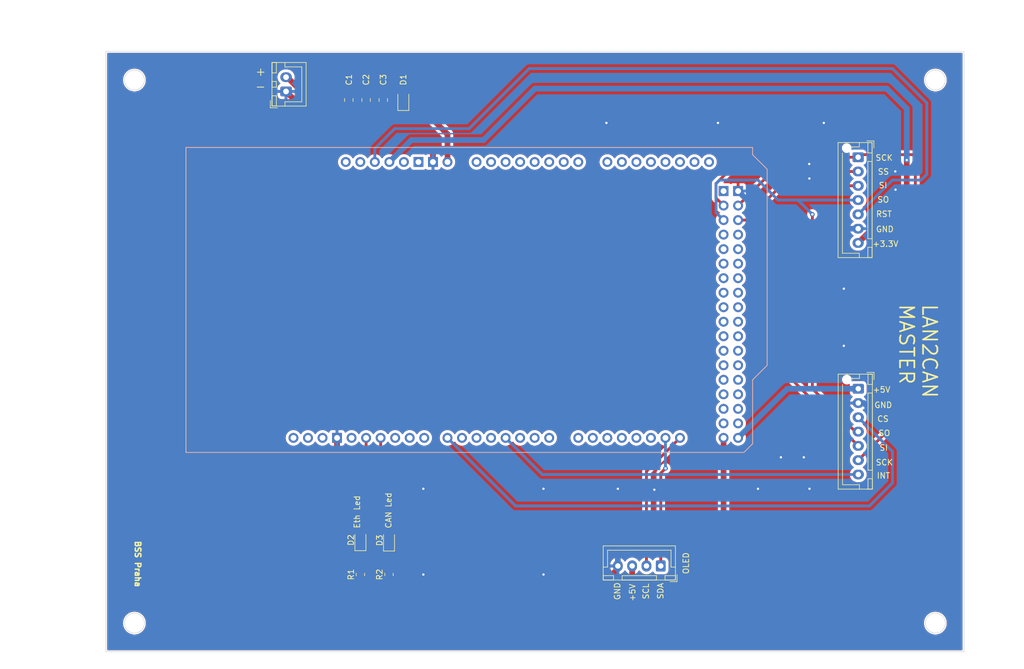
<source format=kicad_pcb>
(kicad_pcb (version 20240108) (generator "pcbnew") (generator_version "8.0")
  (layers (0 "F.Cu" signal) (31 "B.Cu" signal) (34 "B.Paste" user) (35 "F.Paste" user) (36 "B.SilkS" user "B.Silkscreen") (37 "F.SilkS" user "F.Silkscreen") (38 "B.Mask" user) (39 "F.Mask" user) (44 "Edge.Cuts" user))
  (net 0 "")
  (net 3 "/RST")
  (net 4 "GND")
  (net 5 "/INT")
  (net 9 "/CS")
  (net 12 "/SS")
  (net 13 "/SI")
  (net 14 "/SO")
  (net 15 "/SCK")
  (net 18 "/ETH_LED")
  (net 19 "/CAN_LED")
  (net 20 "/SDA_OLED")
  (net 21 "/SCL_OLED")
  (net 24 "+5V")
  (net 26 "+12V")
  (net 30 "/CAN_R")
  (net 31 "/ETH_R")
  (net 61 "+3.3V")
  (footprint "Capacitor_SMD:C_0805_2012Metric_Pad1.18x1.45mm_HandSolder" (layer "F.Cu") (at 115.5 61.4875 90)
    (property "Reference" "C3" (at 3.5375 0 270) (layer "F.SilkS"))
    (property "Value" "C")
    (fp_line (start -0.261252 -0.735) (end 0.261252 -0.735) (stroke (width 0.12)) (layer "F.SilkS"))
    (fp_line (start -0.261252 0.735) (end 0.261252 0.735) (stroke (width 0.12)) (layer "F.SilkS"))
    (pad "1" smd roundrect (at -1.0375 0 90) (size 1.175 1.45) (layers "F.Cu" "F.Paste" "F.Mask") (roundrect_rratio 0.212766) (net 4 "GND"))
    (pad "2" smd roundrect (at 1.0375 0 90) (size 1.175 1.45) (layers "F.Cu" "F.Paste" "F.Mask") (roundrect_rratio 0.212766) (net 26 "+12V"))
  )
  (footprint "Capacitor_SMD:C_0805_2012Metric_Pad1.18x1.45mm_HandSolder" (layer "F.Cu") (at 112.49 61.4875 90)
    (property "Reference" "C2" (at 3.5375 0.01 270) (layer "F.SilkS"))
    (property "Value" "C")
    (fp_line (start -0.261252 -0.735) (end 0.261252 -0.735) (stroke (width 0.12)) (layer "F.SilkS"))
    (fp_line (start -0.261252 0.735) (end 0.261252 0.735) (stroke (width 0.12)) (layer "F.SilkS"))
    (pad "1" smd roundrect (at -1.0375 0 90) (size 1.175 1.45) (layers "F.Cu" "F.Paste" "F.Mask") (roundrect_rratio 0.212766) (net 4 "GND"))
    (pad "2" smd roundrect (at 1.0375 0 90) (size 1.175 1.45) (layers "F.Cu" "F.Paste" "F.Mask") (roundrect_rratio 0.212766) (net 26 "+12V"))
  )
  (footprint "Resistor_SMD:R_0805_2012Metric_Pad1.20x1.40mm_HandSolder" (layer "F.Cu") (at 116.5 144.5 90)
    (property "Reference" "R2" (at 0 -1.65 -90) (layer "F.SilkS"))
    (property "Value" "R")
    (fp_line (start -0.227064 -0.735) (end 0.227064 -0.735) (stroke (width 0.12)) (layer "F.SilkS"))
    (fp_line (start -0.227064 0.735) (end 0.227064 0.735) (stroke (width 0.12)) (layer "F.SilkS"))
    (pad "1" smd roundrect (at -1 0 90) (size 1.2 1.4) (layers "F.Cu" "F.Paste" "F.Mask") (roundrect_rratio 0.208333) (net 4 "GND"))
    (pad "2" smd roundrect (at 1 0 90) (size 1.2 1.4) (layers "F.Cu" "F.Paste" "F.Mask") (roundrect_rratio 0.208333) (net 30 "/CAN_R"))
  )
  (footprint "Resistor_SMD:R_0805_2012Metric_Pad1.20x1.40mm_HandSolder" (layer "F.Cu") (at 111.5 144.5 90)
    (property "Reference" "R1" (at 0 -1.65 -90) (layer "F.SilkS"))
    (property "Value" "R")
    (fp_line (start -0.227064 -0.735) (end 0.227064 -0.735) (stroke (width 0.12)) (layer "F.SilkS"))
    (fp_line (start -0.227064 0.735) (end 0.227064 0.735) (stroke (width 0.12)) (layer "F.SilkS"))
    (pad "1" smd roundrect (at -1 0 90) (size 1.2 1.4) (layers "F.Cu" "F.Paste" "F.Mask") (roundrect_rratio 0.208333) (net 4 "GND"))
    (pad "2" smd roundrect (at 1 0 90) (size 1.2 1.4) (layers "F.Cu" "F.Paste" "F.Mask") (roundrect_rratio 0.208333) (net 31 "/ETH_R"))
  )
  (footprint "Connector_JST:JST_XH_B7B-XH-AM_1x07_P2.50mm_Vertical" (layer "F.Cu") (at 198.525 112 -90)
    (property "Reference" "J2" (hide yes))
    (property "Value" "CAN")
    (fp_line (start -2.56 3.51) (end 17.56 3.51) (stroke (width 0.12)) (layer "F.SilkS"))
    (fp_line (start 17.56 3.51) (end 17.56 -2.46) (stroke (width 0.12)) (layer "F.SilkS"))
    (fp_line (start 7.5 2.75) (end -0.74 2.75) (stroke (width 0.12)) (layer "F.SilkS"))
    (fp_line (start 16.8 2.75) (end 7.5 2.75) (stroke (width 0.12)) (layer "F.SilkS"))
    (fp_line (start -2.55 -0.2) (end -1.8 -0.2) (stroke (width 0.12)) (layer "F.SilkS"))
    (fp_line (start -1.8 -0.2) (end -1.8 1.14) (stroke (width 0.12)) (layer "F.SilkS"))
    (fp_line (start 16.8 -0.2) (end 16.8 2.75) (stroke (width 0.12)) (layer "F.SilkS"))
    (fp_line (start 17.55 -0.2) (end 16.8 -0.2) (stroke (width 0.12)) (layer "F.SilkS"))
    (fp_line (start -2.55 -1.7) (end -0.75 -1.7) (stroke (width 0.12)) (layer "F.SilkS"))
    (fp_line (start -0.75 -1.7) (end -0.75 -2.45) (stroke (width 0.12)) (layer "F.SilkS"))
    (fp_line (start 0.75 -1.7) (end 14.25 -1.7) (stroke (width 0.12)) (layer "F.SilkS"))
    (fp_line (start 14.25 -1.7) (end 14.25 -2.45) (stroke (width 0.12)) (layer "F.SilkS"))
    (fp_line (start 15.75 -1.7) (end 17.55 -1.7) (stroke (width 0.12)) (layer "F.SilkS"))
    (fp_line (start 17.55 -1.7) (end 17.55 -2.45) (stroke (width 0.12)) (layer "F.SilkS"))
    (fp_line (start -2.55 -2.45) (end -2.55 -1.7) (stroke (width 0.12)) (layer "F.SilkS"))
    (fp_line (start -0.75 -2.45) (end -2.55 -2.45) (stroke (width 0.12)) (layer "F.SilkS"))
    (fp_line (start 0.75 -2.45) (end 0.75 -1.7) (stroke (width 0.12)) (layer "F.SilkS"))
    (fp_line (start 14.25 -2.45) (end 0.75 -2.45) (stroke (width 0.12)) (layer "F.SilkS"))
    (fp_line (start 15.75 -2.45) (end 15.75 -1.7) (stroke (width 0.12)) (layer "F.SilkS"))
    (fp_line (start 17.55 -2.45) (end 15.75 -2.45) (stroke (width 0.12)) (layer "F.SilkS"))
    (fp_line (start -2.56 -2.46) (end -2.56 3.51) (stroke (width 0.12)) (layer "F.SilkS"))
    (fp_line (start 17.56 -2.46) (end -2.56 -2.46) (stroke (width 0.12)) (layer "F.SilkS"))
    (fp_line (start -2.85 -2.75) (end -2.85 -1.5) (stroke (width 0.12)) (layer "F.SilkS"))
    (fp_line (start -1.6 -2.75) (end -2.85 -2.75) (stroke (width 0.12)) (layer "F.SilkS"))
    (pad "" np_thru_hole circle (at -1.6 2 270) (size 1.2 1.2) (drill 1.2) (layers "*.Cu" "*.Mask"))
    (pad "1" thru_hole roundrect (at 0 0 270) (size 1.7 1.95) (drill 0.95) (layers "*.Cu" "*.Mask") (roundrect_rratio 0.147059) (net 24 "+5V"))
    (pad "2" thru_hole oval (at 2.5 0 270) (size 1.7 1.95) (drill 0.95) (layers "*.Cu" "*.Mask") (net 4 "GND"))
    (pad "3" thru_hole oval (at 5 0 270) (size 1.7 1.95) (drill 0.95) (layers "*.Cu" "*.Mask") (net 9 "/CS"))
    (pad "4" thru_hole oval (at 7.5 0 270) (size 1.7 1.95) (drill 0.95) (layers "*.Cu" "*.Mask") (net 14 "/SO"))
    (pad "5" thru_hole oval (at 10 0 270) (size 1.7 1.95) (drill 0.95) (layers "*.Cu" "*.Mask") (net 13 "/SI"))
    (pad "6" thru_hole oval (at 12.5 0 270) (size 1.7 1.95) (drill 0.95) (layers "*.Cu" "*.Mask") (net 15 "/SCK"))
    (pad "7" thru_hole oval (at 15 0 270) (size 1.7 1.95) (drill 0.95) (layers "*.Cu" "*.Mask") (net 5 "/INT"))
  )
  (footprint "Connector_JST:JST_XH_B4B-XH-A_1x04_P2.50mm_Vertical" (layer "F.Cu") (at 164 143 180)
    (property "Reference" "J6" (hide yes))
    (property "Value" "OLED")
    (fp_line (start 10.06 3.51) (end 10.06 -2.46) (stroke (width 0.12)) (layer "F.SilkS"))
    (fp_line (start 10.06 -2.46) (end -2.56 -2.46) (stroke (width 0.12)) (layer "F.SilkS"))
    (fp_line (start 10.05 -0.2) (end 9.3 -0.2) (stroke (width 0.12)) (layer "F.SilkS"))
    (fp_line (start 10.05 -1.7) (end 10.05 -2.45) (stroke (width 0.12)) (layer "F.SilkS"))
    (fp_line (start 10.05 -2.45) (end 8.25 -2.45) (stroke (width 0.12)) (layer "F.SilkS"))
    (fp_line (start 9.3 2.75) (end 3.75 2.75) (stroke (width 0.12)) (layer "F.SilkS"))
    (fp_line (start 9.3 -0.2) (end 9.3 2.75) (stroke (width 0.12)) (layer "F.SilkS"))
    (fp_line (start 8.25 -1.7) (end 10.05 -1.7) (stroke (width 0.12)) (layer "F.SilkS"))
    (fp_line (start 8.25 -2.45) (end 8.25 -1.7) (stroke (width 0.12)) (layer "F.SilkS"))
    (fp_line (start 6.75 -1.7) (end 6.75 -2.45) (stroke (width 0.12)) (layer "F.SilkS"))
    (fp_line (start 6.75 -2.45) (end 0.75 -2.45) (stroke (width 0.12)) (layer "F.SilkS"))
    (fp_line (start 0.75 -1.7) (end 6.75 -1.7) (stroke (width 0.12)) (layer "F.SilkS"))
    (fp_line (start 0.75 -2.45) (end 0.75 -1.7) (stroke (width 0.12)) (layer "F.SilkS"))
    (fp_line (start -0.75 -1.7) (end -0.75 -2.45) (stroke (width 0.12)) (layer "F.SilkS"))
    (fp_line (start -0.75 -2.45) (end -2.55 -2.45) (stroke (width 0.12)) (layer "F.SilkS"))
    (fp_line (start -1.6 -2.75) (end -2.85 -2.75) (stroke (width 0.12)) (layer "F.SilkS"))
    (fp_line (start -1.8 2.75) (end 3.75 2.75) (stroke (width 0.12)) (layer "F.SilkS"))
    (fp_line (start -1.8 -0.2) (end -1.8 2.75) (stroke (width 0.12)) (layer "F.SilkS"))
    (fp_line (start -2.55 -0.2) (end -1.8 -0.2) (stroke (width 0.12)) (layer "F.SilkS"))
    (fp_line (start -2.55 -1.7) (end -0.75 -1.7) (stroke (width 0.12)) (layer "F.SilkS"))
    (fp_line (start -2.55 -2.45) (end -2.55 -1.7) (stroke (width 0.12)) (layer "F.SilkS"))
    (fp_line (start -2.56 3.51) (end 10.06 3.51) (stroke (width 0.12)) (layer "F.SilkS"))
    (fp_line (start -2.56 -2.46) (end -2.56 3.51) (stroke (width 0.12)) (layer "F.SilkS"))
    (fp_line (start -2.85 -2.75) (end -2.85 -1.5) (stroke (width 0.12)) (layer "F.SilkS"))
    (pad "1" thru_hole roundrect (at 0 0 180) (size 1.7 1.95) (drill 0.95) (layers "*.Cu" "*.Mask") (roundrect_rratio 0.147059) (net 20 "/SDA_OLED"))
    (pad "2" thru_hole oval (at 2.5 0 180) (size 1.7 1.95) (drill 0.95) (layers "*.Cu" "*.Mask") (net 21 "/SCL_OLED"))
    (pad "3" thru_hole oval (at 5 0 180) (size 1.7 1.95) (drill 0.95) (layers "*.Cu" "*.Mask") (net 24 "+5V"))
    (pad "4" thru_hole oval (at 7.5 0 180) (size 1.7 1.95) (drill 0.95) (layers "*.Cu" "*.Mask") (net 4 "GND"))
  )
  (footprint "PCM_arduino-library:Arduino_Mega2560_R3_Shield" (layer "F.Cu") (at 81 123.8)
    (property "Reference" "A1" (hide yes))
    (property "Value" "Arduino_Mega2560_R3_Shield")
    (fp_line (start 0 -54) (end 99.06 -54) (stroke (width 0.15)) (layer "B.SilkS"))
    (fp_line (start 0 -0.66) (end 0 -54) (stroke (width 0.15)) (layer "B.SilkS"))
    (fp_line (start 0 -0.66) (end 97.536 -0.66) (stroke (width 0.15)) (layer "B.SilkS"))
    (fp_line (start 97.536 -0.66) (end 99.06 -2.184) (stroke (width 0.15)) (layer "B.SilkS"))
    (fp_line (start 99.06 -54) (end 99.06 -52.73) (stroke (width 0.15)) (layer "B.SilkS"))
    (fp_line (start 99.06 -52.73) (end 101.6 -50.19) (stroke (width 0.15)) (layer "B.SilkS"))
    (fp_line (start 99.06 -13.36) (end 99.06 -2.184) (stroke (width 0.15)) (layer "B.SilkS"))
    (fp_line (start 101.6 -50.19) (end 101.6 -15.9) (stroke (width 0.15)) (layer "B.SilkS"))
    (fp_line (start 101.6 -15.9) (end 99.06 -13.36) (stroke (width 0.15)) (layer "B.SilkS"))
    (pad "" thru_hole oval (at 27.94 -51.46) (size 1.7272 1.7272) (drill 1.016) (layers "*.Cu" "*.Mask"))
    (pad "3V3" thru_hole oval (at 35.56 -51.46) (size 1.7272 1.7272) (drill 1.016) (layers "*.Cu" "*.Mask") (net 61 "+3.3V"))
    (pad "5V1" thru_hole oval (at 38.1 -51.46) (size 1.7272 1.7272) (drill 1.016) (layers "*.Cu" "*.Mask"))
    (pad "5V3" thru_hole oval (at 93.98 -3.2) (size 1.7272 1.7272) (drill 1.016) (layers "*.Cu" "*.Mask") (net 24 "+5V"))
    (pad "5V4" thru_hole oval (at 96.52 -3.2) (size 1.7272 1.7272) (drill 1.016) (layers "*.Cu" "*.Mask") (net 24 "+5V"))
    (pad "A0" thru_hole oval (at 50.8 -51.46) (size 1.7272 1.7272) (drill 1.016) (layers "*.Cu" "*.Mask"))
    (pad "A1" thru_hole oval (at 53.34 -51.46) (size 1.7272 1.7272) (drill 1.016) (layers "*.Cu" "*.Mask"))
    (pad "A2" thru_hole oval (at 55.88 -51.46) (size 1.7272 1.7272) (drill 1.016) (layers "*.Cu" "*.Mask"))
    (pad "A3" thru_hole oval (at 58.42 -51.46) (size 1.7272 1.7272) (drill 1.016) (layers "*.Cu" "*.Mask"))
    (pad "A4" thru_hole oval (at 60.96 -51.46) (size 1.7272 1.7272) (drill 1.016) (layers "*.Cu" "*.Mask"))
    (pad "A5" thru_hole oval (at 63.5 -51.46) (size 1.7272 1.7272) (drill 1.016) (layers "*.Cu" "*.Mask"))
    (pad "A6" thru_hole oval (at 66.04 -51.46) (size 1.7272 1.7272) (drill 1.016) (layers "*.Cu" "*.Mask"))
    (pad "A7" thru_hole oval (at 68.58 -51.46) (size 1.7272 1.7272) (drill 1.016) (layers "*.Cu" "*.Mask"))
    (pad "A8" thru_hole oval (at 73.66 -51.46) (size 1.7272 1.7272) (drill 1.016) (layers "*.Cu" "*.Mask"))
    (pad "A9" thru_hole oval (at 76.2 -51.46) (size 1.7272 1.7272) (drill 1.016) (layers "*.Cu" "*.Mask"))
    (pad "A10" thru_hole oval (at 78.74 -51.46) (size 1.7272 1.7272) (drill 1.016) (layers "*.Cu" "*.Mask"))
    (pad "A11" thru_hole oval (at 81.28 -51.46) (size 1.7272 1.7272) (drill 1.016) (layers "*.Cu" "*.Mask"))
    (pad "A12" thru_hole oval (at 83.82 -51.46) (size 1.7272 1.7272) (drill 1.016) (layers "*.Cu" "*.Mask"))
    (pad "A13" thru_hole oval (at 86.36 -51.46) (size 1.7272 1.7272) (drill 1.016) (layers "*.Cu" "*.Mask"))
    (pad "A14" thru_hole oval (at 88.9 -51.46) (size 1.7272 1.7272) (drill 1.016) (layers "*.Cu" "*.Mask"))
    (pad "A15" thru_hole oval (at 91.44 -51.46) (size 1.7272 1.7272) (drill 1.016) (layers "*.Cu" "*.Mask"))
    (pad "AREF" thru_hole oval (at 23.876 -3.2) (size 1.7272 1.7272) (drill 1.016) (layers "*.Cu" "*.Mask"))
    (pad "D0" thru_hole oval (at 63.5 -3.2) (size 1.7272 1.7272) (drill 1.016) (layers "*.Cu" "*.Mask"))
    (pad "D1" thru_hole oval (at 60.96 -3.2) (size 1.7272 1.7272) (drill 1.016) (layers "*.Cu" "*.Mask"))
    (pad "D2" thru_hole oval (at 58.42 -3.2) (size 1.7272 1.7272) (drill 1.016) (layers "*.Cu" "*.Mask"))
    (pad "D3" thru_hole oval (at 55.88 -3.2) (size 1.7272 1.7272) (drill 1.016) (layers "*.Cu" "*.Mask") (net 5 "/INT"))
    (pad "D4" thru_hole oval (at 53.34 -3.2) (size 1.7272 1.7272) (drill 1.016) (layers "*.Cu" "*.Mask"))
    (pad "D5" thru_hole oval (at 50.8 -3.2) (size 1.7272 1.7272) (drill 1.016) (layers "*.Cu" "*.Mask"))
    (pad "D6" thru_hole oval (at 48.26 -3.2) (size 1.7272 1.7272) (drill 1.016) (layers "*.Cu" "*.Mask"))
    (pad "D7" thru_hole oval (at 45.72 -3.2) (size 1.7272 1.7272) (drill 1.016) (layers "*.Cu" "*.Mask") (net 9 "/CS"))
    (pad "D8" thru_hole oval (at 41.656 -3.2) (size 1.7272 1.7272) (drill 1.016) (layers "*.Cu" "*.Mask"))
    (pad "D9" thru_hole oval (at 39.116 -3.2) (size 1.7272 1.7272) (drill 1.016) (layers "*.Cu" "*.Mask"))
    (pad "D10" thru_hole oval (at 36.576 -3.2) (size 1.7272 1.7272) (drill 1.016) (layers "*.Cu" "*.Mask"))
    (pad "D11" thru_hole oval (at 34.036 -3.2) (size 1.7272 1.7272) (drill 1.016) (layers "*.Cu" "*.Mask") (net 19 "/CAN_LED"))
    (pad "D12" thru_hole oval (at 31.496 -3.2) (size 1.7272 1.7272) (drill 1.016) (layers "*.Cu" "*.Mask") (net 18 "/ETH_LED"))
    (pad "D13" thru_hole oval (at 28.956 -3.2) (size 1.7272 1.7272) (drill 1.016) (layers "*.Cu" "*.Mask"))
    (pad "D14" thru_hole oval (at 68.58 -3.2) (size 1.7272 1.7272) (drill 1.016) (layers "*.Cu" "*.Mask"))
    (pad "D15" thru_hole oval (at 71.12 -3.2) (size 1.7272 1.7272) (drill 1.016) (layers "*.Cu" "*.Mask"))
    (pad "D16" thru_hole oval (at 73.66 -3.2) (size 1.7272 1.7272) (drill 1.016) (layers "*.Cu" "*.Mask"))
    (pad "D17" thru_hole oval (at 76.2 -3.2) (size 1.7272 1.7272) (drill 1.016) (layers "*.Cu" "*.Mask"))
    (pad "D18" thru_hole oval (at 78.74 -3.2) (size 1.7272 1.7272) (drill 1.016) (layers "*.Cu" "*.Mask"))
    (pad "D19" thru_hole oval (at 81.28 -3.2) (size 1.7272 1.7272) (drill 1.016) (layers "*.Cu" "*.Mask"))
    (pad "D20" thru_hole oval (at 83.82 -3.2) (size 1.7272 1.7272) (drill 1.016) (layers "*.Cu" "*.Mask") (net 20 "/SDA_OLED"))
    (pad "D21" thru_hole oval (at 86.36 -3.2) (size 1.7272 1.7272) (drill 1.016) (layers "*.Cu" "*.Mask") (net 21 "/SCL_OLED"))
    (pad "D22" thru_hole oval (at 93.98 -5.74) (size 1.7272 1.7272) (drill 1.016) (layers "*.Cu" "*.Mask"))
    (pad "D23" thru_hole oval (at 96.52 -5.74) (size 1.7272 1.7272) (drill 1.016) (layers "*.Cu" "*.Mask"))
    (pad "D24" thru_hole oval (at 93.98 -8.28) (size 1.7272 1.7272) (drill 1.016) (layers "*.Cu" "*.Mask"))
    (pad "D25" thru_hole oval (at 96.52 -8.28) (size 1.7272 1.7272) (drill 1.016) (layers "*.Cu" "*.Mask"))
    (pad "D26" thru_hole oval (at 93.98 -10.82) (size 1.7272 1.7272) (drill 1.016) (layers "*.Cu" "*.Mask"))
    (pad "D27" thru_hole oval (at 96.52 -10.82) (size 1.7272 1.7272) (drill 1.016) (layers "*.Cu" "*.Mask"))
    (pad "D28" thru_hole oval (at 93.98 -13.36) (size 1.7272 1.7272) (drill 1.016) (layers "*.Cu" "*.Mask"))
    (pad "D29" thru_hole oval (at 96.52 -13.36) (size 1.7272 1.7272) (drill 1.016) (layers "*.Cu" "*.Mask"))
    (pad "D30" thru_hole oval (at 93.98 -15.9) (size 1.7272 1.7272) (drill 1.016) (layers "*.Cu" "*.Mask"))
    (pad "D31" thru_hole oval (at 96.52 -15.9) (size 1.7272 1.7272) (drill 1.016) (layers "*.Cu" "*.Mask"))
    (pad "D32" thru_hole oval (at 93.98 -18.44) (size 1.7272 1.7272) (drill 1.016) (layers "*.Cu" "*.Mask"))
    (pad "D33" thru_hole oval (at 96.52 -18.44) (size 1.7272 1.7272) (drill 1.016) (layers "*.Cu" "*.Mask"))
    (pad "D34" thru_hole oval (at 93.98 -20.98) (size 1.7272 1.7272) (drill 1.016) (layers "*.Cu" "*.Mask"))
    (pad "D35" thru_hole oval (at 96.52 -20.98) (size 1.7272 1.7272) (drill 1.016) (layers "*.Cu" "*.Mask"))
    (pad "D36" thru_hole oval (at 93.98 -23.52) (size 1.7272 1.7272) (drill 1.016) (layers "*.Cu" "*.Mask"))
    (pad "D37" thru_hole oval (at 96.52 -23.52) (size 1.7272 1.7272) (drill 1.016) (layers "*.Cu" "*.Mask"))
    (pad "D38" thru_hole oval (at 93.98 -26.06) (size 1.7272 1.7272) (drill 1.016) (layers "*.Cu" "*.Mask"))
    (pad "D39" thru_hole oval (at 96.52 -26.06) (size 1.7272 1.7272) (drill 1.016) (layers "*.Cu" "*.Mask"))
    (pad "D40" thru_hole oval (at 93.98 -28.6) (size 1.7272 1.7272) (drill 1.016) (layers "*.Cu" "*.Mask"))
    (pad "D41" thru_hole oval (at 96.52 -28.6) (size 1.7272 1.7272) (drill 1.016) (layers "*.Cu" "*.Mask"))
    (pad "D42" thru_hole oval (at 93.98 -31.14) (size 1.7272 1.7272) (drill 1.016) (layers "*.Cu" "*.Mask"))
    (pad "D43" thru_hole oval (at 96.52 -31.14) (size 1.7272 1.7272) (drill 1.016) (layers "*.Cu" "*.Mask"))
    (pad "D44" thru_hole oval (at 93.98 -33.68) (size 1.7272 1.7272) (drill 1.016) (layers "*.Cu" "*.Mask"))
    (pad "D45" thru_hole oval (at 96.52 -33.68) (size 1.7272 1.7272) (drill 1.016) (layers "*.Cu" "*.Mask"))
    (pad "D46" thru_hole oval (at 93.98 -36.22) (size 1.7272 1.7272) (drill 1.016) (layers "*.Cu" "*.Mask"))
    (pad "D47" thru_hole oval (at 96.52 -36.22) (size 1.7272 1.7272) (drill 1.016) (layers "*.Cu" "*.Mask"))
    (pad "D48" thru_hole oval (at 93.98 -38.76) (size 1.7272 1.7272) (drill 1.016) (layers "*.Cu" "*.Mask"))
    (pad "D49" thru_hole oval (at 96.52 -38.76) (size 1.7272 1.7272) (drill 1.016) (layers "*.Cu" "*.Mask"))
    (pad "D50" thru_hole oval (at 93.98 -41.3) (size 1.7272 1.7272) (drill 1.016) (layers "*.Cu" "*.Mask") (net 14 "/SO"))
    (pad "D51" thru_hole oval (at 96.52 -41.3) (size 1.7272 1.7272) (drill 1.016) (layers "*.Cu" "*.Mask") (net 13 "/SI"))
    (pad "D52" thru_hole oval (at 93.98 -43.84) (size 1.7272 1.7272) (drill 1.016) (layers "*.Cu" "*.Mask") (net 15 "/SCK"))
    (pad "D53" thru_hole oval (at 96.52 -43.84) (size 1.7272 1.7272) (drill 1.016) (layers "*.Cu" "*.Mask") (net 12 "/SS"))
    (pad "GND1" thru_hole rect (at 26.416 -3.2) (size 1.7272 1.7272) (drill 1.016) (layers "*.Cu" "*.Mask") (net 4 "GND"))
    (pad "GND2" thru_hole rect (at 40.64 -51.46) (size 1.7272 1.7272) (drill 1.016) (layers "*.Cu" "*.Mask"))
    (pad "GND3" thru_hole rect (at 43.18 -51.46) (size 1.7272 1.7272) (drill 1.016) (layers "*.Cu" "*.Mask") (net 4 "GND"))
    (pad "GND5" thru_hole rect (at 93.98 -46.38) (size 1.7272 1.7272) (drill 1.016) (layers "*.Cu" "*.Mask"))
    (pad "GND6" thru_hole rect (at 96.52 -46.38) (size 1.7272 1.7272) (drill 1.016) (layers "*.Cu" "*.Mask") (net 4 "GND"))
    (pad "IORF" thru_hole oval (at 30.48 -51.46) (size 1.7272 1.7272) (drill 1.016) (layers "*.Cu" "*.Mask"))
    (pad "RST1" thru_hole oval (at 33.02 -51.46) (size 1.7272 1.7272) (drill 1.016) (layers "*.Cu" "*.Mask") (net 3 "/RST"))
    (pad "SCL" thru_hole oval (at 18.796 -3.2) (size 1.7272 1.7272) (drill 1.016) (layers "*.Cu" "*.Mask"))
    (pad "SDA" thru_hole oval (at 21.336 -3.2) (size 1.7272 1.7272) (drill 1.016) (layers "*.Cu" "*.Mask"))
    (pad "VIN" thru_hole oval (at 45.72 -51.46) (size 1.7272 1.7272) (drill 1.016) (layers "*.Cu" "*.Mask") (net 26 "+12V"))
  )
  (footprint "Capacitor_SMD:C_0805_2012Metric_Pad1.18x1.45mm_HandSolder" (layer "F.Cu") (at 109.48 61.4875 90)
    (property "Reference" "C1" (at 3.5375 0.02 270) (layer "F.SilkS"))
    (property "Value" "C")
    (fp_line (start -0.261252 -0.735) (end 0.261252 -0.735) (stroke (width 0.12)) (layer "F.SilkS"))
    (fp_line (start -0.261252 0.735) (end 0.261252 0.735) (stroke (width 0.12)) (layer "F.SilkS"))
    (pad "1" smd roundrect (at -1.0375 0 90) (size 1.175 1.45) (layers "F.Cu" "F.Paste" "F.Mask") (roundrect_rratio 0.212766) (net 4 "GND"))
    (pad "2" smd roundrect (at 1.0375 0 90) (size 1.175 1.45) (layers "F.Cu" "F.Paste" "F.Mask") (roundrect_rratio 0.212766) (net 26 "+12V"))
  )
  (footprint "Diode_SMD:D_0805_2012Metric_Pad1.15x1.40mm_HandSolder" (layer "F.Cu") (at 119 61.475 90)
    (property "Reference" "D1" (at 3.525 0 270) (layer "F.SilkS"))
    (property "Value" "D")
    (fp_line (start 1 -0.96) (end -1.86 -0.96) (stroke (width 0.12)) (layer "F.SilkS"))
    (fp_line (start -1.86 -0.96) (end -1.86 0.96) (stroke (width 0.12)) (layer "F.SilkS"))
    (fp_line (start -1.86 0.96) (end 1 0.96) (stroke (width 0.12)) (layer "F.SilkS"))
    (pad "1" smd roundrect (at -1.025 0 90) (size 1.15 1.4) (layers "F.Cu" "F.Paste" "F.Mask") (roundrect_rratio 0.217391) (net 4 "GND"))
    (pad "2" smd roundrect (at 1.025 0 90) (size 1.15 1.4) (layers "F.Cu" "F.Paste" "F.Mask") (roundrect_rratio 0.217391) (net 26 "+12V"))
  )
  (footprint "Connector_JST:JST_XH_B7B-XH-AM_1x07_P2.50mm_Vertical" (layer "F.Cu") (at 198.5 71.5 -90)
    (property "Reference" "J1" (hide yes))
    (property "Value" "Eth")
    (fp_line (start -2.56 3.51) (end 17.56 3.51) (stroke (width 0.12)) (layer "F.SilkS"))
    (fp_line (start 17.56 3.51) (end 17.56 -2.46) (stroke (width 0.12)) (layer "F.SilkS"))
    (fp_line (start 7.5 2.75) (end -0.74 2.75) (stroke (width 0.12)) (layer "F.SilkS"))
    (fp_line (start 16.8 2.75) (end 7.5 2.75) (stroke (width 0.12)) (layer "F.SilkS"))
    (fp_line (start -2.55 -0.2) (end -1.8 -0.2) (stroke (width 0.12)) (layer "F.SilkS"))
    (fp_line (start -1.8 -0.2) (end -1.8 1.14) (stroke (width 0.12)) (layer "F.SilkS"))
    (fp_line (start 16.8 -0.2) (end 16.8 2.75) (stroke (width 0.12)) (layer "F.SilkS"))
    (fp_line (start 17.55 -0.2) (end 16.8 -0.2) (stroke (width 0.12)) (layer "F.SilkS"))
    (fp_line (start -2.55 -1.7) (end -0.75 -1.7) (stroke (width 0.12)) (layer "F.SilkS"))
    (fp_line (start -0.75 -1.7) (end -0.75 -2.45) (stroke (width 0.12)) (layer "F.SilkS"))
    (fp_line (start 0.75 -1.7) (end 14.25 -1.7) (stroke (width 0.12)) (layer "F.SilkS"))
    (fp_line (start 14.25 -1.7) (end 14.25 -2.45) (stroke (width 0.12)) (layer "F.SilkS"))
    (fp_line (start 15.75 -1.7) (end 17.55 -1.7) (stroke (width 0.12)) (layer "F.SilkS"))
    (fp_line (start 17.55 -1.7) (end 17.55 -2.45) (stroke (width 0.12)) (layer "F.SilkS"))
    (fp_line (start -2.55 -2.45) (end -2.55 -1.7) (stroke (width 0.12)) (layer "F.SilkS"))
    (fp_line (start -0.75 -2.45) (end -2.55 -2.45) (stroke (width 0.12)) (layer "F.SilkS"))
    (fp_line (start 0.75 -2.45) (end 0.75 -1.7) (stroke (width 0.12)) (layer "F.SilkS"))
    (fp_line (start 14.25 -2.45) (end 0.75 -2.45) (stroke (width 0.12)) (layer "F.SilkS"))
    (fp_line (start 15.75 -2.45) (end 15.75 -1.7) (stroke (width 0.12)) (layer "F.SilkS"))
    (fp_line (start 17.55 -2.45) (end 15.75 -2.45) (stroke (width 0.12)) (layer "F.SilkS"))
    (fp_line (start -2.56 -2.46) (end -2.56 3.51) (stroke (width 0.12)) (layer "F.SilkS"))
    (fp_line (start 17.56 -2.46) (end -2.56 -2.46) (stroke (width 0.12)) (layer "F.SilkS"))
    (fp_line (start -2.85 -2.75) (end -2.85 -1.5) (stroke (width 0.12)) (layer "F.SilkS"))
    (fp_line (start -1.6 -2.75) (end -2.85 -2.75) (stroke (width 0.12)) (layer "F.SilkS"))
    (pad "" np_thru_hole circle (at -1.6 2 270) (size 1.2 1.2) (drill 1.2) (layers "*.Cu" "*.Mask"))
    (pad "1" thru_hole roundrect (at 0 0 270) (size 1.7 1.95) (drill 0.95) (layers "*.Cu" "*.Mask") (roundrect_rratio 0.147059) (net 15 "/SCK"))
    (pad "2" thru_hole oval (at 2.5 0 270) (size 1.7 1.95) (drill 0.95) (layers "*.Cu" "*.Mask") (net 12 "/SS"))
    (pad "3" thru_hole oval (at 5 0 270) (size 1.7 1.95) (drill 0.95) (layers "*.Cu" "*.Mask") (net 13 "/SI"))
    (pad "4" thru_hole oval (at 7.5 0 270) (size 1.7 1.95) (drill 0.95) (layers "*.Cu" "*.Mask") (net 14 "/SO"))
    (pad "5" thru_hole oval (at 10 0 270) (size 1.7 1.95) (drill 0.95) (layers "*.Cu" "*.Mask") (net 3 "/RST"))
    (pad "6" thru_hole oval (at 12.5 0 270) (size 1.7 1.95) (drill 0.95) (layers "*.Cu" "*.Mask") (net 4 "GND"))
    (pad "7" thru_hole oval (at 15 0 270) (size 1.7 1.95) (drill 0.95) (layers "*.Cu" "*.Mask") (net 61 "+3.3V"))
  )
  (footprint "LED_SMD:LED_0805_2012Metric_Pad1.15x1.40mm_HandSolder" (layer "F.Cu") (at 116.5 138.525 90)
    (property "Reference" "D3" (at 0 -1.65 -90) (layer "F.SilkS"))
    (property "Value" "CAN_LED")
    (fp_line (start 1 -0.96) (end -1.86 -0.96) (stroke (width 0.12)) (layer "F.SilkS"))
    (fp_line (start -1.86 -0.96) (end -1.86 0.96) (stroke (width 0.12)) (layer "F.SilkS"))
    (fp_line (start -1.86 0.96) (end 1 0.96) (stroke (width 0.12)) (layer "F.SilkS"))
    (pad "1" smd roundrect (at -1.025 0 90) (size 1.15 1.4) (layers "F.Cu" "F.Paste" "F.Mask") (roundrect_rratio 0.217391) (net 30 "/CAN_R"))
    (pad "2" smd roundrect (at 1.025 0 90) (size 1.15 1.4) (layers "F.Cu" "F.Paste" "F.Mask") (roundrect_rratio 0.217391) (net 19 "/CAN_LED"))
  )
  (footprint "Connector_JST:JST_XH_B2B-XH-A_1x02_P2.50mm_Vertical" (layer "F.Cu") (at 98.5 60 90)
    (property "Reference" "J3" (hide yes))
    (property "Value" "Power Input")
    (fp_line (start -1.6 -2.75) (end -2.85 -2.75) (stroke (width 0.12)) (layer "F.SilkS"))
    (fp_line (start -2.85 -2.75) (end -2.85 -1.5) (stroke (width 0.12)) (layer "F.SilkS"))
    (fp_line (start 5.06 -2.46) (end -2.56 -2.46) (stroke (width 0.12)) (layer "F.SilkS"))
    (fp_line (start -2.56 -2.46) (end -2.56 3.51) (stroke (width 0.12)) (layer "F.SilkS"))
    (fp_line (start 5.05 -2.45) (end 3.25 -2.45) (stroke (width 0.12)) (layer "F.SilkS"))
    (fp_line (start 3.25 -2.45) (end 3.25 -1.7) (stroke (width 0.12)) (layer "F.SilkS"))
    (fp_line (start 1.75 -2.45) (end 0.75 -2.45) (stroke (width 0.12)) (layer "F.SilkS"))
    (fp_line (start 0.75 -2.45) (end 0.75 -1.7) (stroke (width 0.12)) (layer "F.SilkS"))
    (fp_line (start -0.75 -2.45) (end -2.55 -2.45) (stroke (width 0.12)) (layer "F.SilkS"))
    (fp_line (start -2.55 -2.45) (end -2.55 -1.7) (stroke (width 0.12)) (layer "F.SilkS"))
    (fp_line (start 5.05 -1.7) (end 5.05 -2.45) (stroke (width 0.12)) (layer "F.SilkS"))
    (fp_line (start 3.25 -1.7) (end 5.05 -1.7) (stroke (width 0.12)) (layer "F.SilkS"))
    (fp_line (start 1.75 -1.7) (end 1.75 -2.45) (stroke (width 0.12)) (layer "F.SilkS"))
    (fp_line (start 0.75 -1.7) (end 1.75 -1.7) (stroke (width 0.12)) (layer "F.SilkS"))
    (fp_line (start -0.75 -1.7) (end -0.75 -2.45) (stroke (width 0.12)) (layer "F.SilkS"))
    (fp_line (start -2.55 -1.7) (end -0.75 -1.7) (stroke (width 0.12)) (layer "F.SilkS"))
    (fp_line (start 5.05 -0.2) (end 4.3 -0.2) (stroke (width 0.12)) (layer "F.SilkS"))
    (fp_line (start 4.3 -0.2) (end 4.3 2.75) (stroke (width 0.12)) (layer "F.SilkS"))
    (fp_line (start -1.8 -0.2) (end -1.8 2.75) (stroke (width 0.12)) (layer "F.SilkS"))
    (fp_line (start -2.55 -0.2) (end -1.8 -0.2) (stroke (width 0.12)) (layer "F.SilkS"))
    (fp_line (start 4.3 2.75) (end 1.25 2.75) (stroke (width 0.12)) (layer "F.SilkS"))
    (fp_line (start -1.8 2.75) (end 1.25 2.75) (stroke (width 0.12)) (layer "F.SilkS"))
    (fp_line (start 5.06 3.51) (end 5.06 -2.46) (stroke (width 0.12)) (layer "F.SilkS"))
    (fp_line (start -2.56 3.51) (end 5.06 3.51) (stroke (width 0.12)) (layer "F.SilkS"))
    (pad "1" thru_hole roundrect (at 0 0 90) (size 1.7 2) (drill 1) (layers "*.Cu" "*.Mask") (roundrect_rratio 0.147059) (net 4 "GND"))
    (pad "2" thru_hole oval (at 2.5 0 90) (size 1.7 2) (drill 1) (layers "*.Cu" "*.Mask") (net 26 "+12V"))
  )
  (footprint "LED_SMD:LED_0805_2012Metric_Pad1.15x1.40mm_HandSolder" (layer "F.Cu") (at 111.5 138.475 90)
    (property "Reference" "D2" (at 0 -1.65 -90) (layer "F.SilkS"))
    (property "Value" "ETH_LED")
    (fp_line (start 1 -0.96) (end -1.86 -0.96) (stroke (width 0.12)) (layer "F.SilkS"))
    (fp_line (start -1.86 -0.96) (end -1.86 0.96) (stroke (width 0.12)) (layer "F.SilkS"))
    (fp_line (start -1.86 0.96) (end 1 0.96) (stroke (width 0.12)) (layer "F.SilkS"))
    (pad "1" smd roundrect (at -1.025 0 90) (size 1.15 1.4) (layers "F.Cu" "F.Paste" "F.Mask") (roundrect_rratio 0.217391) (net 31 "/ETH_R"))
    (pad "2" smd roundrect (at 1.025 0 90) (size 1.15 1.4) (layers "F.Cu" "F.Paste" "F.Mask") (roundrect_rratio 0.217391) (net 18 "/ETH_LED"))
  )
  (gr_circle (center 72 153) (end 73.75 153) (stroke (width 0.1)) (fill none) (layer "Edge.Cuts"))
  (gr_circle (center 212 58) (end 213.75 58) (stroke (width 0.1)) (fill none) (layer "Edge.Cuts"))
  (gr_circle (center 72 58) (end 73.75 58) (stroke (width 0.1)) (fill none) (layer "Edge.Cuts"))
  (gr_rect (start 67 53) (end 217 158) (stroke (width 0.1)) (fill none) (layer "Edge.Cuts"))
  (gr_circle (center 212 153) (end 213.75 153) (stroke (width 0.1)) (fill none) (layer "Edge.Cuts"))
  (gr_text "GND" (at 201.266721 115.44311 0) (layer "F.SilkS") (effects (font (size 1 1)) (justify left bottom)))
  (gr_text "SCK" (at 201.471888 72.18674 0) (layer "F.SilkS") (effects (font (size 1 1)) (justify left bottom)))
  (gr_text "+3.3V" (at 200.95 87.25 0) (layer "F.SilkS") (effects (font (size 1 1)) (justify left bottom)))
  (gr_text "GND" (at 157.001134 149.041826 90) (layer "F.SilkS") (effects (font (size 1 1)) (justify left bottom)))
  (gr_text "Eth Led\n" (at 111.5 136.5 90) (layer "F.SilkS") (effects (font (size 1 1)) (justify left bottom)))
  (gr_text "INT" (at 201.693721 127.790517 0) (layer "F.SilkS") (effects (font (size 1 1)) (justify left bottom)))
  (gr_text "GND" (at 201.550962 84.680434 0) (layer "F.SilkS") (effects (font (size 1 1)) (justify left bottom)))
  (gr_text "SCK" (at 201.515804 125.477602 0) (layer "F.SilkS") (effects (font (size 1 1)) (justify left bottom)))
  (gr_text "RST" (at 201.566777 82.023547 0) (layer "F.SilkS") (effects (font (size 1 1)) (justify left bottom)))
  (gr_text "+5V" (at 200.975 112.75 0) (layer "F.SilkS") (effects (font (size 1 1)) (justify left bottom)))
  (gr_text "OLED" (at 169 144.5 90) (layer "F.SilkS") (effects (font (size 1 1)) (justify left bottom)))
  (gr_text "SS" (at 201.867258 74.62222 0) (layer "F.SilkS") (effects (font (size 1 1)) (justify left bottom)))
  (gr_text "SI" (at 202.041221 77.010255 0) (layer "F.SilkS") (effects (font (size 1 1)) (justify left bottom)))
  (gr_text "SI" (at 202.156304 122.915604 0) (layer "F.SilkS") (effects (font (size 1 1)) (justify left bottom)))
  (gr_text "BSS Praha" (at 72 138.5 -90) (layer "F.SilkS") (effects (font (size 1 1) (thickness 0.25) (bold yes)) (justify left bottom)))
  (gr_text "LAN2CAN\nMASTER" (at 205.5 97 -90) (layer "F.SilkS") (effects (font (size 2.5 2.5) (thickness 0.3)) (justify left bottom)))
  (gr_text "-" (at 93 60 0) (layer "F.SilkS") (effects (font (size 1.5 1.5)) (justify left bottom)))
  (gr_text "SCL" (at 161.990258 148.920925 90) (layer "F.SilkS") (effects (font (size 1 1)) (justify left bottom)))
  (gr_text "SDA" (at 164.536441 148.889296 90) (layer "F.SilkS") (effects (font (size 1 1)) (justify left bottom)))
  (gr_text "SO" (at 201.978387 120.353606 0) (layer "F.SilkS") (effects (font (size 1 1)) (justify left bottom)))
  (gr_text "+" (at 93.047445 57.390558 0) (layer "F.SilkS") (effects (font (size 1.5 1.5)) (justify left bottom)))
  (gr_text "SO" (at 201.788184 79.508993 0) (layer "F.SilkS") (effects (font (size 1 1)) (justify left bottom)))
  (gr_text "+5V" (at 159.634299 149.279048 90) (layer "F.SilkS") (effects (font (size 1 1)) (justify left bottom)))
  (gr_text "CAN Led" (at 117 136.5 90) (layer "F.SilkS") (effects (font (size 1 1)) (justify left bottom)))
  (gr_text "CS" (at 201.764887 117.862775 0) (layer "F.SilkS") (effects (font (size 1 1)) (justify left bottom)))
  (segment (start 130.5 66.5) (end 117.5 66.5) (width 0.5) (layer "B.Cu") (net 3))
  (segment (start 210.5 62) (end 204.5 56) (width 0.5) (layer "B.Cu") (net 3))
  (segment (start 204.5 75.5) (end 209.5 75.5) (width 0.5) (layer "B.Cu") (net 3))
  (segment (start 117.5 66.5) (end 114.02 69.98) (width 0.5) (layer "B.Cu") (net 3))
  (segment (start 210.5 74.5) (end 210.5 62) (width 0.5) (layer "B.Cu") (net 3))
  (segment (start 204.5 56) (end 141 56) (width 0.5) (layer "B.Cu") (net 3))
  (segment (start 114.02 69.98) (end 114.02 72.34) (width 0.5) (layer "B.Cu") (net 3))
  (segment (start 198.5 81.5) (end 204.5 75.5) (width 0.5) (layer "B.Cu") (net 3))
  (segment (start 209.5 75.5) (end 210.5 74.5) (width 0.5) (layer "B.Cu") (net 3))
  (segment (start 141 56) (end 130.5 66.5) (width 0.5) (layer "B.Cu") (net 3))
  (segment (start 115.5 62.525) (end 118.975 62.525) (width 1) (layer "F.Cu") (net 4))
  (segment (start 107.416 142.116) (end 107.416 146.916) (width 1) (layer "F.Cu") (net 4))
  (segment (start 111.5 151) (end 149 151) (width 1) (layer "F.Cu") (net 4))
  (segment (start 107.416 146.916) (end 111.5 151) (width 1) (layer "F.Cu") (net 4))
  (segment (start 110.8 145.5) (end 111.5 145.5) (width 1) (layer "F.Cu") (net 4))
  (segment (start 101.025 62.525) (end 109.48 62.525) (width 1) (layer "F.Cu") (net 4))
  (segment (start 98.5 60) (end 101.025 62.525) (width 1) (layer "F.Cu") (net 4))
  (segment (start 118.975 62.525) (end 119 62.5) (width 1) (layer "F.Cu") (net 4))
  (segment (start 119 62.5) (end 124.18 67.68) (width 1) (layer "F.Cu") (net 4))
  (segment (start 109.48 62.525) (end 112.49 62.525) (width 1) (layer "F.Cu") (net 4))
  (segment (start 156.5 143.5) (end 156.5 143) (width 1) (layer "F.Cu") (net 4))
  (segment (start 112.49 62.525) (end 115.5 62.525) (width 1) (layer "F.Cu") (net 4))
  (segment (start 116.5 145.5) (end 111.5 145.5) (width 1) (layer "F.Cu") (net 4))
  (segment (start 107.416 120.6) (end 107.416 142.116) (width 1) (layer "F.Cu") (net 4))
  (segment (start 107.416 142.116) (end 110.8 145.5) (width 1) (layer "F.Cu") (net 4))
  (segment (start 124.18 67.68) (end 124.18 72.34) (width 1) (layer "F.Cu") (net 4))
  (segment (start 149 151) (end 156.5 143.5) (width 1) (layer "F.Cu") (net 4))
  (segment (start 177.52 77.42) (end 177.52 76.98) (width 1) (layer "F.Cu") (net 4))
  (via (at 122.5 129.5) (size 0.8) (drill 0.4) (layers "F.Cu" "B.Cu") (net 4))
  (via (at 162.877734 129.665937) (size 0.8) (drill 0.4) (layers "F.Cu" "B.Cu") (net 4))
  (via (at 189.979257 75.228163) (size 0.8) (drill 0.4) (layers "F.Cu" "B.Cu") (net 4))
  (via (at 204.996592 73.983633) (size 0.8) (drill 0.4) (layers "F.Cu" "B.Cu") (net 4))
  (via (at 143.5 129.5) (size 0.8) (drill 0.4) (layers "F.Cu" "B.Cu") (net 4))
  (via (at 192.5 65.5) (size 0.8) (drill 0.4) (layers "F.Cu" "B.Cu") (net 4))
  (via (at 181 129.5) (size 0.8) (drill 0.4) (layers "F.Cu" "B.Cu") (net 4))
  (via (at 190 129.5) (size 0.8) (drill 0.4) (layers "F.Cu" "B.Cu") (net 4))
  (via (at 122.5 144.5) (size 0.8) (drill 0.4) (layers "F.Cu" "B.Cu") (net 4))
  (via (at 154.5 65.5) (size 0.8) (drill 0.4) (layers "F.Cu" "B.Cu") (net 4))
  (via (at 189.95414 72.685543) (size 0.8) (drill 0.4) (layers "F.Cu" "B.Cu") (net 4))
  (via (at 205.038077 77.177928) (size 0.8) (drill 0.4) (layers "F.Cu" "B.Cu") (net 4))
  (via (at 196 104.5) (size 0.8) (drill 0.4) (layers "F.Cu" "B.Cu") (net 4))
  (via (at 189 124) (size 0.8) (drill 0.4) (layers "F.Cu" "B.Cu") (net 4))
  (via (at 174 65.5) (size 0.8) (drill 0.4) (layers "F.Cu" "B.Cu") (net 4))
  (via (at 196 94.5) (size 0.8) (drill 0.4) (layers "F.Cu" "B.Cu") (net 4))
  (via (at 185 124) (size 0.8) (drill 0.4) (layers "F.Cu" "B.Cu") (net 4))
  (via (at 143.5 144.5) (size 0.8) (drill 0.4) (layers "F.Cu" "B.Cu") (net 4))
  (via (at 156.5 129.5) (size 0.8) (drill 0.4) (layers "F.Cu" "B.Cu") (net 4))
  (segment (start 208 123) (end 208 131) (width 1) (layer "B.Cu") (net 4))
  (segment (start 199.5 114.5) (end 208 123) (width 1) (layer "B.Cu") (net 4))
  (segment (start 203 136) (end 158 136) (width 1) (layer "B.Cu") (net 4))
  (segment (start 198.525 114.5) (end 199.5 114.5) (width 1) (layer "B.Cu") (net 4))
  (segment (start 177.52 77.42) (end 184.1 84) (width 1) (layer "B.Cu") (net 4))
  (segment (start 208 131) (end 203 136) (width 1) (layer "B.Cu") (net 4))
  (segment (start 156.5 137.5) (end 156.5 143) (width 1) (layer "B.Cu") (net 4))
  (segment (start 158 136) (end 156.5 137.5) (width 1) (layer "B.Cu") (net 4))
  (segment (start 184.1 84) (end 198.5 84) (width 1) (layer "B.Cu") (net 4))
  (segment (start 143.28 127) (end 198.525 127) (width 0.5) (layer "B.Cu") (net 5))
  (segment (start 136.88 120.6) (end 143.28 127) (width 0.5) (layer "B.Cu") (net 5))
  (segment (start 200.5 132.5) (end 204.5 128.5) (width 0.5) (layer "B.Cu") (net 9))
  (segment (start 204.5 128.5) (end 204.5 122.975) (width 0.5) (layer "B.Cu") (net 9))
  (segment (start 126.72 120.6) (end 138.62 132.5) (width 0.5) (layer "B.Cu") (net 9))
  (segment (start 138.62 132.5) (end 200.5 132.5) (width 0.5) (layer "B.Cu") (net 9))
  (segment (start 204.5 122.975) (end 198.525 117) (width 0.5) (layer "B.Cu") (net 9))
  (segment (start 183.48 74) (end 177.52 79.96) (width 0.5) (layer "F.Cu") (net 12))
  (segment (start 198.5 74) (end 183.48 74) (width 0.5) (layer "F.Cu") (net 12))
  (segment (start 179 82.5) (end 185 76.5) (width 0.5) (layer "F.Cu") (net 13))
  (segment (start 185 76.5) (end 198.5 76.5) (width 0.5) (layer "F.Cu") (net 13))
  (segment (start 179 82.5) (end 187 90.5) (width 0.5) (layer "F.Cu") (net 13))
  (segment (start 187 90.5) (end 187 110.475) (width 0.5) (layer "F.Cu") (net 13))
  (segment (start 187 110.475) (end 198.525 122) (width 0.5) (layer "F.Cu") (net 13))
  (segment (start 177.52 82.5) (end 179 82.5) (width 0.5) (layer "F.Cu") (net 13))
  (segment (start 190.5 81.5) (end 190.5 112) (width 0.5) (layer "F.Cu") (net 14))
  (segment (start 190.5 112) (end 198 119.5) (width 0.5) (layer "F.Cu") (net 14))
  (segment (start 198 119.5) (end 198.525 119.5) (width 0.5) (layer "F.Cu") (net 14))
  (via (at 190.5 81.5) (size 0.8) (drill 0.4) (layers "F.Cu" "B.Cu") (net 14))
  (segment (start 198.5 79) (end 188 79) (width 0.5) (layer "B.Cu") (net 14))
  (segment (start 184.5 79) (end 181 75.5) (width 0.5) (layer "B.Cu") (net 14))
  (segment (start 181 75.5) (end 174.2728 75.5) (width 0.5) (layer "B.Cu") (net 14))
  (segment (start 188 79) (end 190.5 81.5) (width 0.5) (layer "B.Cu") (net 14))
  (segment (start 173.6664 76.1064) (end 173.6664 81.1864) (width 0.5) (layer "B.Cu") (net 14))
  (segment (start 174.2728 75.5) (end 173.6664 76.1064) (width 0.5) (layer "B.Cu") (net 14))
  (segment (start 188 79) (end 184.5 79) (width 0.5) (layer "B.Cu") (net 14))
  (segment (start 173.6664 81.1864) (end 174.98 82.5) (width 0.5) (layer "B.Cu") (net 14))
  (segment (start 198.95 71.05) (end 208.05 71.05) (width 0.5) (layer "F.Cu") (net 15))
  (segment (start 203.5 119.525) (end 198.525 124.5) (width 0.5) (layer "F.Cu") (net 15))
  (segment (start 198.5 71.5) (end 198.95 71.05) (width 0.5) (layer "F.Cu") (net 15))
  (segment (start 174.98 79.96) (end 173.6664 78.6464) (width 0.5) (layer "F.Cu") (net 15))
  (segment (start 208.05 71.05) (end 208.5 71.5) (width 0.5) (layer "F.Cu") (net 15))
  (segment (start 173.6664 78.6464) (end 173.6664 76.1064) (width 0.5) (layer "F.Cu") (net 15))
  (segment (start 173.6664 76.1064) (end 178.2728 71.5) (width 0.5) (layer "F.Cu") (net 15))
  (segment (start 178.2728 71.5) (end 198.5 71.5) (width 0.5) (layer "F.Cu") (net 15))
  (segment (start 208.5 82) (end 203.5 87) (width 0.5) (layer "F.Cu") (net 15))
  (segment (start 208.5 71.5) (end 208.5 82) (width 0.5) (layer "F.Cu") (net 15))
  (segment (start 203.5 87) (end 203.5 119.525) (width 0.5) (layer "F.Cu") (net 15))
  (segment (start 112.496 120.6) (end 112.496 136.454) (width 0.5) (layer "F.Cu") (net 18))
  (segment (start 112.496 136.454) (end 111.5 137.45) (width 0.5) (layer "F.Cu") (net 18))
  (segment (start 115.036 120.6) (end 115.036 136.036) (width 0.5) (layer "F.Cu") (net 19))
  (segment (start 115.036 136.036) (end 116.5 137.5) (width 0.5) (layer "F.Cu") (net 19))
  (segment (start 164 126.757275) (end 164 143) (width 0.5) (layer "F.Cu") (net 20))
  (segment (start 164.83211 125.925165) (end 164 126.757275) (width 0.5) (layer "F.Cu") (net 20))
  (via (at 164.83211 125.925165) (size 0.8) (drill 0.4) (layers "F.Cu" "B.Cu") (net 20))
  (segment (start 164.82 125.913055) (end 164.83211 125.925165) (width 0.5) (layer "B.Cu") (net 20))
  (segment (start 164.82 120.6) (end 164.82 125.913055) (width 0.5) (layer "B.Cu") (net 20))
  (segment (start 161.5 143) (end 161.5 126.46) (width 0.5) (layer "F.Cu") (net 21))
  (segment (start 161.5 126.46) (end 167.36 120.6) (width 0.5) (layer "F.Cu") (net 21))
  (segment (start 174.98 146.02) (end 174.98 120.6) (width 1) (layer "F.Cu") (net 24))
  (segment (start 170 151) (end 174.98 146.02) (width 1) (layer "F.Cu") (net 24))
  (segment (start 159 145.5) (end 164.5 151) (width 1) (layer "F.Cu") (net 24))
  (segment (start 164.5 151) (end 170 151) (width 1) (layer "F.Cu") (net 24))
  (segment (start 159 143) (end 159 145.5) (width 1) (layer "F.Cu") (net 24))
  (segment (start 186.12 112) (end 177.52 120.6) (width 1) (layer "B.Cu") (net 24))
  (segment (start 198.525 112) (end 186.12 112) (width 1) (layer "B.Cu") (net 24))
  (segment (start 112.49 60.45) (end 115.5 60.45) (width 1) (layer "F.Cu") (net 26))
  (segment (start 109.48 60.45) (end 112.49 60.45) (width 1) (layer "F.Cu") (net 26))
  (segment (start 101.65043 60.45) (end 109.48 60.45) (width 1) (layer "F.Cu") (net 26))
  (segment (start 119 60.45) (end 119.7 60.45) (width 1) (layer "F.Cu") (net 26))
  (segment (start 98.70043 57.5) (end 101.65043 60.45) (width 1) (layer "F.Cu") (net 26))
  (segment (start 126.72 67.47) (end 126.72 72.34) (width 1) (layer "F.Cu") (net 26))
  (segment (start 119.7 60.45) (end 126.72 67.47) (width 1) (layer "F.Cu") (net 26))
  (segment (start 115.5 60.45) (end 119 60.45) (width 1) (layer "F.Cu") (net 26))
  (segment (start 98.5 57.5) (end 98.70043 57.5) (width 1) (layer "F.Cu") (net 26))
  (segment (start 116.5 139.55) (end 116.5 143.5) (width 0.5) (layer "F.Cu") (net 30))
  (segment (start 111.5 139.5) (end 111.5 143.5) (width 0.5) (layer "F.Cu") (net 31))
  (segment (start 207 78) (end 207 72) (width 1) (layer "F.Cu") (net 61))
  (segment (start 207 78) (end 198.5 86.5) (width 1) (layer "F.Cu") (net 61))
  (via (at 207 72) (size 0.8) (drill 0.4) (layers "F.Cu" "B.Cu") (net 61))
  (segment (start 142 59.5) (end 133 68.5) (width 1) (layer "B.Cu") (net 61))
  (segment (start 207 72) (end 207 63) (width 1) (layer "B.Cu") (net 61))
  (segment (start 116.56 72.34) (end 120.4 68.5) (width 1) (layer "B.Cu") (net 61))
  (segment (start 207 63) (end 203.5 59.5) (width 1) (layer "B.Cu") (net 61))
  (segment (start 120.4 68.5) (end 133 68.5) (width 1) (layer "B.Cu") (net 61))
  (segment (start 203.5 59.5) (end 142 59.5) (width 1) (layer "B.Cu") (net 61))
  (zone (net 4) (net_name "GND") (layers "F&B.Cu") (connect_pads (clearance 0.5)) (min_thickness 0.25) (fill yes (thermal_gap 0.5) (thermal_bridge_width 0.5))
    (polygon (pts (xy 48.5 44) (xy 227.5 44) (xy 227.5 161) (xy 54.5 160.5)))
  )
)
</source>
